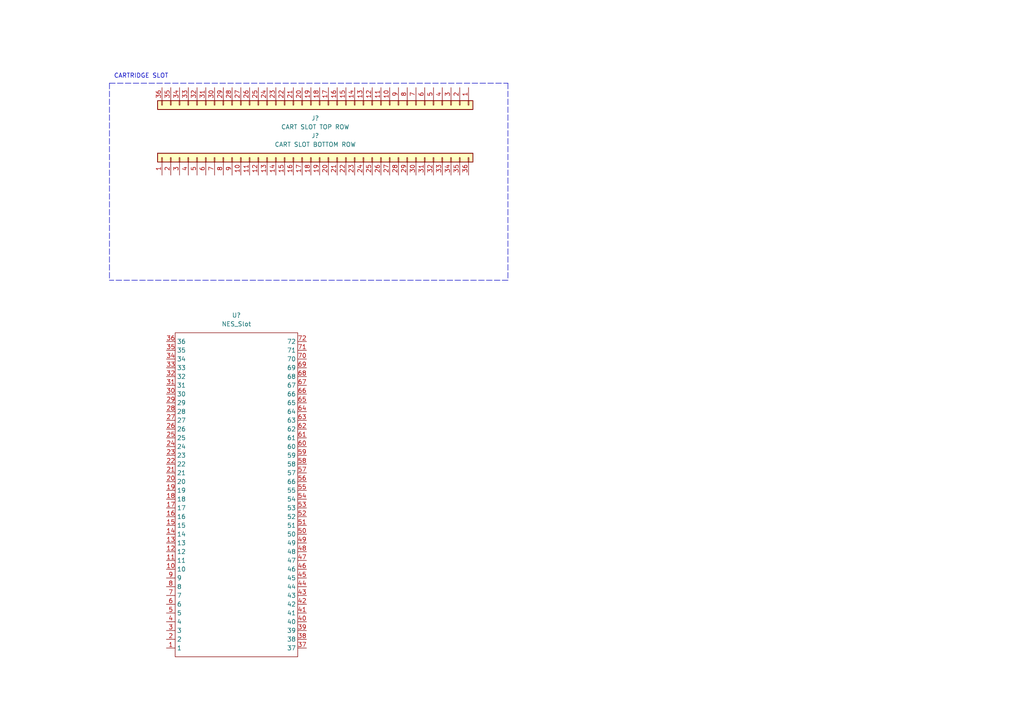
<source format=kicad_sch>
(kicad_sch (version 20211123) (generator eeschema)

  (uuid 9538e4ed-27e6-4c37-b989-9859dc0d49e8)

  (paper "A4")

  (lib_symbols
    (symbol "Connector_Generic:Conn_01x36" (pin_names (offset 1.016) hide) (in_bom yes) (on_board yes)
      (property "Reference" "J" (id 0) (at 0 45.72 0)
        (effects (font (size 1.27 1.27)))
      )
      (property "Value" "Conn_01x36" (id 1) (at 0 -48.26 0)
        (effects (font (size 1.27 1.27)))
      )
      (property "Footprint" "" (id 2) (at 0 0 0)
        (effects (font (size 1.27 1.27)) hide)
      )
      (property "Datasheet" "~" (id 3) (at 0 0 0)
        (effects (font (size 1.27 1.27)) hide)
      )
      (property "ki_keywords" "connector" (id 4) (at 0 0 0)
        (effects (font (size 1.27 1.27)) hide)
      )
      (property "ki_description" "Generic connector, single row, 01x36, script generated (kicad-library-utils/schlib/autogen/connector/)" (id 5) (at 0 0 0)
        (effects (font (size 1.27 1.27)) hide)
      )
      (property "ki_fp_filters" "Connector*:*_1x??_*" (id 6) (at 0 0 0)
        (effects (font (size 1.27 1.27)) hide)
      )
      (symbol "Conn_01x36_1_1"
        (rectangle (start -1.27 -45.593) (end 0 -45.847)
          (stroke (width 0.1524) (type default) (color 0 0 0 0))
          (fill (type none))
        )
        (rectangle (start -1.27 -43.053) (end 0 -43.307)
          (stroke (width 0.1524) (type default) (color 0 0 0 0))
          (fill (type none))
        )
        (rectangle (start -1.27 -40.513) (end 0 -40.767)
          (stroke (width 0.1524) (type default) (color 0 0 0 0))
          (fill (type none))
        )
        (rectangle (start -1.27 -37.973) (end 0 -38.227)
          (stroke (width 0.1524) (type default) (color 0 0 0 0))
          (fill (type none))
        )
        (rectangle (start -1.27 -35.433) (end 0 -35.687)
          (stroke (width 0.1524) (type default) (color 0 0 0 0))
          (fill (type none))
        )
        (rectangle (start -1.27 -32.893) (end 0 -33.147)
          (stroke (width 0.1524) (type default) (color 0 0 0 0))
          (fill (type none))
        )
        (rectangle (start -1.27 -30.353) (end 0 -30.607)
          (stroke (width 0.1524) (type default) (color 0 0 0 0))
          (fill (type none))
        )
        (rectangle (start -1.27 -27.813) (end 0 -28.067)
          (stroke (width 0.1524) (type default) (color 0 0 0 0))
          (fill (type none))
        )
        (rectangle (start -1.27 -25.273) (end 0 -25.527)
          (stroke (width 0.1524) (type default) (color 0 0 0 0))
          (fill (type none))
        )
        (rectangle (start -1.27 -22.733) (end 0 -22.987)
          (stroke (width 0.1524) (type default) (color 0 0 0 0))
          (fill (type none))
        )
        (rectangle (start -1.27 -20.193) (end 0 -20.447)
          (stroke (width 0.1524) (type default) (color 0 0 0 0))
          (fill (type none))
        )
        (rectangle (start -1.27 -17.653) (end 0 -17.907)
          (stroke (width 0.1524) (type default) (color 0 0 0 0))
          (fill (type none))
        )
        (rectangle (start -1.27 -15.113) (end 0 -15.367)
          (stroke (width 0.1524) (type default) (color 0 0 0 0))
          (fill (type none))
        )
        (rectangle (start -1.27 -12.573) (end 0 -12.827)
          (stroke (width 0.1524) (type default) (color 0 0 0 0))
          (fill (type none))
        )
        (rectangle (start -1.27 -10.033) (end 0 -10.287)
          (stroke (width 0.1524) (type default) (color 0 0 0 0))
          (fill (type none))
        )
        (rectangle (start -1.27 -7.493) (end 0 -7.747)
          (stroke (width 0.1524) (type default) (color 0 0 0 0))
          (fill (type none))
        )
        (rectangle (start -1.27 -4.953) (end 0 -5.207)
          (stroke (width 0.1524) (type default) (color 0 0 0 0))
          (fill (type none))
        )
        (rectangle (start -1.27 -2.413) (end 0 -2.667)
          (stroke (width 0.1524) (type default) (color 0 0 0 0))
          (fill (type none))
        )
        (rectangle (start -1.27 0.127) (end 0 -0.127)
          (stroke (width 0.1524) (type default) (color 0 0 0 0))
          (fill (type none))
        )
        (rectangle (start -1.27 2.667) (end 0 2.413)
          (stroke (width 0.1524) (type default) (color 0 0 0 0))
          (fill (type none))
        )
        (rectangle (start -1.27 5.207) (end 0 4.953)
          (stroke (width 0.1524) (type default) (color 0 0 0 0))
          (fill (type none))
        )
        (rectangle (start -1.27 7.747) (end 0 7.493)
          (stroke (width 0.1524) (type default) (color 0 0 0 0))
          (fill (type none))
        )
        (rectangle (start -1.27 10.287) (end 0 10.033)
          (stroke (width 0.1524) (type default) (color 0 0 0 0))
          (fill (type none))
        )
        (rectangle (start -1.27 12.827) (end 0 12.573)
          (stroke (width 0.1524) (type default) (color 0 0 0 0))
          (fill (type none))
        )
        (rectangle (start -1.27 15.367) (end 0 15.113)
          (stroke (width 0.1524) (type default) (color 0 0 0 0))
          (fill (type none))
        )
        (rectangle (start -1.27 17.907) (end 0 17.653)
          (stroke (width 0.1524) (type default) (color 0 0 0 0))
          (fill (type none))
        )
        (rectangle (start -1.27 20.447) (end 0 20.193)
          (stroke (width 0.1524) (type default) (color 0 0 0 0))
          (fill (type none))
        )
        (rectangle (start -1.27 22.987) (end 0 22.733)
          (stroke (width 0.1524) (type default) (color 0 0 0 0))
          (fill (type none))
        )
        (rectangle (start -1.27 25.527) (end 0 25.273)
          (stroke (width 0.1524) (type default) (color 0 0 0 0))
          (fill (type none))
        )
        (rectangle (start -1.27 28.067) (end 0 27.813)
          (stroke (width 0.1524) (type default) (color 0 0 0 0))
          (fill (type none))
        )
        (rectangle (start -1.27 30.607) (end 0 30.353)
          (stroke (width 0.1524) (type default) (color 0 0 0 0))
          (fill (type none))
        )
        (rectangle (start -1.27 33.147) (end 0 32.893)
          (stroke (width 0.1524) (type default) (color 0 0 0 0))
          (fill (type none))
        )
        (rectangle (start -1.27 35.687) (end 0 35.433)
          (stroke (width 0.1524) (type default) (color 0 0 0 0))
          (fill (type none))
        )
        (rectangle (start -1.27 38.227) (end 0 37.973)
          (stroke (width 0.1524) (type default) (color 0 0 0 0))
          (fill (type none))
        )
        (rectangle (start -1.27 40.767) (end 0 40.513)
          (stroke (width 0.1524) (type default) (color 0 0 0 0))
          (fill (type none))
        )
        (rectangle (start -1.27 43.307) (end 0 43.053)
          (stroke (width 0.1524) (type default) (color 0 0 0 0))
          (fill (type none))
        )
        (rectangle (start -1.27 44.45) (end 1.27 -46.99)
          (stroke (width 0.254) (type default) (color 0 0 0 0))
          (fill (type background))
        )
        (pin passive line (at -5.08 43.18 0) (length 3.81)
          (name "Pin_1" (effects (font (size 1.27 1.27))))
          (number "1" (effects (font (size 1.27 1.27))))
        )
        (pin passive line (at -5.08 20.32 0) (length 3.81)
          (name "Pin_10" (effects (font (size 1.27 1.27))))
          (number "10" (effects (font (size 1.27 1.27))))
        )
        (pin passive line (at -5.08 17.78 0) (length 3.81)
          (name "Pin_11" (effects (font (size 1.27 1.27))))
          (number "11" (effects (font (size 1.27 1.27))))
        )
        (pin passive line (at -5.08 15.24 0) (length 3.81)
          (name "Pin_12" (effects (font (size 1.27 1.27))))
          (number "12" (effects (font (size 1.27 1.27))))
        )
        (pin passive line (at -5.08 12.7 0) (length 3.81)
          (name "Pin_13" (effects (font (size 1.27 1.27))))
          (number "13" (effects (font (size 1.27 1.27))))
        )
        (pin passive line (at -5.08 10.16 0) (length 3.81)
          (name "Pin_14" (effects (font (size 1.27 1.27))))
          (number "14" (effects (font (size 1.27 1.27))))
        )
        (pin passive line (at -5.08 7.62 0) (length 3.81)
          (name "Pin_15" (effects (font (size 1.27 1.27))))
          (number "15" (effects (font (size 1.27 1.27))))
        )
        (pin passive line (at -5.08 5.08 0) (length 3.81)
          (name "Pin_16" (effects (font (size 1.27 1.27))))
          (number "16" (effects (font (size 1.27 1.27))))
        )
        (pin passive line (at -5.08 2.54 0) (length 3.81)
          (name "Pin_17" (effects (font (size 1.27 1.27))))
          (number "17" (effects (font (size 1.27 1.27))))
        )
        (pin passive line (at -5.08 0 0) (length 3.81)
          (name "Pin_18" (effects (font (size 1.27 1.27))))
          (number "18" (effects (font (size 1.27 1.27))))
        )
        (pin passive line (at -5.08 -2.54 0) (length 3.81)
          (name "Pin_19" (effects (font (size 1.27 1.27))))
          (number "19" (effects (font (size 1.27 1.27))))
        )
        (pin passive line (at -5.08 40.64 0) (length 3.81)
          (name "Pin_2" (effects (font (size 1.27 1.27))))
          (number "2" (effects (font (size 1.27 1.27))))
        )
        (pin passive line (at -5.08 -5.08 0) (length 3.81)
          (name "Pin_20" (effects (font (size 1.27 1.27))))
          (number "20" (effects (font (size 1.27 1.27))))
        )
        (pin passive line (at -5.08 -7.62 0) (length 3.81)
          (name "Pin_21" (effects (font (size 1.27 1.27))))
          (number "21" (effects (font (size 1.27 1.27))))
        )
        (pin passive line (at -5.08 -10.16 0) (length 3.81)
          (name "Pin_22" (effects (font (size 1.27 1.27))))
          (number "22" (effects (font (size 1.27 1.27))))
        )
        (pin passive line (at -5.08 -12.7 0) (length 3.81)
          (name "Pin_23" (effects (font (size 1.27 1.27))))
          (number "23" (effects (font (size 1.27 1.27))))
        )
        (pin passive line (at -5.08 -15.24 0) (length 3.81)
          (name "Pin_24" (effects (font (size 1.27 1.27))))
          (number "24" (effects (font (size 1.27 1.27))))
        )
        (pin passive line (at -5.08 -17.78 0) (length 3.81)
          (name "Pin_25" (effects (font (size 1.27 1.27))))
          (number "25" (effects (font (size 1.27 1.27))))
        )
        (pin passive line (at -5.08 -20.32 0) (length 3.81)
          (name "Pin_26" (effects (font (size 1.27 1.27))))
          (number "26" (effects (font (size 1.27 1.27))))
        )
        (pin passive line (at -5.08 -22.86 0) (length 3.81)
          (name "Pin_27" (effects (font (size 1.27 1.27))))
          (number "27" (effects (font (size 1.27 1.27))))
        )
        (pin passive line (at -5.08 -25.4 0) (length 3.81)
          (name "Pin_28" (effects (font (size 1.27 1.27))))
          (number "28" (effects (font (size 1.27 1.27))))
        )
        (pin passive line (at -5.08 -27.94 0) (length 3.81)
          (name "Pin_29" (effects (font (size 1.27 1.27))))
          (number "29" (effects (font (size 1.27 1.27))))
        )
        (pin passive line (at -5.08 38.1 0) (length 3.81)
          (name "Pin_3" (effects (font (size 1.27 1.27))))
          (number "3" (effects (font (size 1.27 1.27))))
        )
        (pin passive line (at -5.08 -30.48 0) (length 3.81)
          (name "Pin_30" (effects (font (size 1.27 1.27))))
          (number "30" (effects (font (size 1.27 1.27))))
        )
        (pin passive line (at -5.08 -33.02 0) (length 3.81)
          (name "Pin_31" (effects (font (size 1.27 1.27))))
          (number "31" (effects (font (size 1.27 1.27))))
        )
        (pin passive line (at -5.08 -35.56 0) (length 3.81)
          (name "Pin_32" (effects (font (size 1.27 1.27))))
          (number "32" (effects (font (size 1.27 1.27))))
        )
        (pin passive line (at -5.08 -38.1 0) (length 3.81)
          (name "Pin_33" (effects (font (size 1.27 1.27))))
          (number "33" (effects (font (size 1.27 1.27))))
        )
        (pin passive line (at -5.08 -40.64 0) (length 3.81)
          (name "Pin_34" (effects (font (size 1.27 1.27))))
          (number "34" (effects (font (size 1.27 1.27))))
        )
        (pin passive line (at -5.08 -43.18 0) (length 3.81)
          (name "Pin_35" (effects (font (size 1.27 1.27))))
          (number "35" (effects (font (size 1.27 1.27))))
        )
        (pin passive line (at -5.08 -45.72 0) (length 3.81)
          (name "Pin_36" (effects (font (size 1.27 1.27))))
          (number "36" (effects (font (size 1.27 1.27))))
        )
        (pin passive line (at -5.08 35.56 0) (length 3.81)
          (name "Pin_4" (effects (font (size 1.27 1.27))))
          (number "4" (effects (font (size 1.27 1.27))))
        )
        (pin passive line (at -5.08 33.02 0) (length 3.81)
          (name "Pin_5" (effects (font (size 1.27 1.27))))
          (number "5" (effects (font (size 1.27 1.27))))
        )
        (pin passive line (at -5.08 30.48 0) (length 3.81)
          (name "Pin_6" (effects (font (size 1.27 1.27))))
          (number "6" (effects (font (size 1.27 1.27))))
        )
        (pin passive line (at -5.08 27.94 0) (length 3.81)
          (name "Pin_7" (effects (font (size 1.27 1.27))))
          (number "7" (effects (font (size 1.27 1.27))))
        )
        (pin passive line (at -5.08 25.4 0) (length 3.81)
          (name "Pin_8" (effects (font (size 1.27 1.27))))
          (number "8" (effects (font (size 1.27 1.27))))
        )
        (pin passive line (at -5.08 22.86 0) (length 3.81)
          (name "Pin_9" (effects (font (size 1.27 1.27))))
          (number "9" (effects (font (size 1.27 1.27))))
        )
      )
    )
    (symbol "sanni:NES_Slot" (in_bom yes) (on_board yes)
      (property "Reference" "U?" (id 0) (at 1.27 44.45 0)
        (effects (font (size 1.27 1.27)))
      )
      (property "Value" "NES_Slot" (id 1) (at 1.27 41.91 0)
        (effects (font (size 1.27 1.27)))
      )
      (property "Footprint" "" (id 2) (at 0 0 0)
        (effects (font (size 1.27 1.27)) hide)
      )
      (property "Datasheet" "NES_Slot" (id 3) (at 0 0 0)
        (effects (font (size 1.27 1.27)) hide)
      )
      (symbol "NES_Slot_0_1"
        (rectangle (start -16.51 39.37) (end 19.05 -54.61)
          (stroke (width 0.1524) (type default) (color 0 0 0 0))
          (fill (type none))
        )
      )
      (symbol "NES_Slot_1_1"
        (pin bidirectional line (at -19.05 -52.07 0) (length 2.54)
          (name "1" (effects (font (size 1.27 1.27))))
          (number "1" (effects (font (size 1.27 1.27))))
        )
        (pin bidirectional line (at -19.05 -29.21 0) (length 2.54)
          (name "10" (effects (font (size 1.27 1.27))))
          (number "10" (effects (font (size 1.27 1.27))))
        )
        (pin bidirectional line (at -19.05 -26.67 0) (length 2.54)
          (name "11" (effects (font (size 1.27 1.27))))
          (number "11" (effects (font (size 1.27 1.27))))
        )
        (pin bidirectional line (at -19.05 -24.13 0) (length 2.54)
          (name "12" (effects (font (size 1.27 1.27))))
          (number "12" (effects (font (size 1.27 1.27))))
        )
        (pin bidirectional line (at -19.05 -21.59 0) (length 2.54)
          (name "13" (effects (font (size 1.27 1.27))))
          (number "13" (effects (font (size 1.27 1.27))))
        )
        (pin bidirectional line (at -19.05 -19.05 0) (length 2.54)
          (name "14" (effects (font (size 1.27 1.27))))
          (number "14" (effects (font (size 1.27 1.27))))
        )
        (pin bidirectional line (at -19.05 -16.51 0) (length 2.54)
          (name "15" (effects (font (size 1.27 1.27))))
          (number "15" (effects (font (size 1.27 1.27))))
        )
        (pin bidirectional line (at -19.05 -13.97 0) (length 2.54)
          (name "16" (effects (font (size 1.27 1.27))))
          (number "16" (effects (font (size 1.27 1.27))))
        )
        (pin bidirectional line (at -19.05 -11.43 0) (length 2.54)
          (name "17" (effects (font (size 1.27 1.27))))
          (number "17" (effects (font (size 1.27 1.27))))
        )
        (pin bidirectional line (at -19.05 -8.89 0) (length 2.54)
          (name "18" (effects (font (size 1.27 1.27))))
          (number "18" (effects (font (size 1.27 1.27))))
        )
        (pin bidirectional line (at -19.05 -6.35 0) (length 2.54)
          (name "19" (effects (font (size 1.27 1.27))))
          (number "19" (effects (font (size 1.27 1.27))))
        )
        (pin bidirectional line (at -19.05 -49.53 0) (length 2.54)
          (name "2" (effects (font (size 1.27 1.27))))
          (number "2" (effects (font (size 1.27 1.27))))
        )
        (pin bidirectional line (at -19.05 -3.81 0) (length 2.54)
          (name "20" (effects (font (size 1.27 1.27))))
          (number "20" (effects (font (size 1.27 1.27))))
        )
        (pin bidirectional line (at -19.05 -1.27 0) (length 2.54)
          (name "21" (effects (font (size 1.27 1.27))))
          (number "21" (effects (font (size 1.27 1.27))))
        )
        (pin bidirectional line (at -19.05 1.27 0) (length 2.54)
          (name "22" (effects (font (size 1.27 1.27))))
          (number "22" (effects (font (size 1.27 1.27))))
        )
        (pin bidirectional line (at -19.05 3.81 0) (length 2.54)
          (name "23" (effects (font (size 1.27 1.27))))
          (number "23" (effects (font (size 1.27 1.27))))
        )
        (pin bidirectional line (at -19.05 6.35 0) (length 2.54)
          (name "24" (effects (font (size 1.27 1.27))))
          (number "24" (effects (font (size 1.27 1.27))))
        )
        (pin bidirectional line (at -19.05 8.89 0) (length 2.54)
          (name "25" (effects (font (size 1.27 1.27))))
          (number "25" (effects (font (size 1.27 1.27))))
        )
        (pin bidirectional line (at -19.05 11.43 0) (length 2.54)
          (name "26" (effects (font (size 1.27 1.27))))
          (number "26" (effects (font (size 1.27 1.27))))
        )
        (pin bidirectional line (at -19.05 13.97 0) (length 2.54)
          (name "27" (effects (font (size 1.27 1.27))))
          (number "27" (effects (font (size 1.27 1.27))))
        )
        (pin bidirectional line (at -19.05 16.51 0) (length 2.54)
          (name "28" (effects (font (size 1.27 1.27))))
          (number "28" (effects (font (size 1.27 1.27))))
        )
        (pin bidirectional line (at -19.05 19.05 0) (length 2.54)
          (name "29" (effects (font (size 1.27 1.27))))
          (number "29" (effects (font (size 1.27 1.27))))
        )
        (pin bidirectional line (at -19.05 -46.99 0) (length 2.54)
          (name "3" (effects (font (size 1.27 1.27))))
          (number "3" (effects (font (size 1.27 1.27))))
        )
        (pin bidirectional line (at -19.05 21.59 0) (length 2.54)
          (name "30" (effects (font (size 1.27 1.27))))
          (number "30" (effects (font (size 1.27 1.27))))
        )
        (pin bidirectional line (at -19.05 24.13 0) (length 2.54)
          (name "31" (effects (font (size 1.27 1.27))))
          (number "31" (effects (font (size 1.27 1.27))))
        )
        (pin bidirectional line (at -19.05 26.67 0) (length 2.54)
          (name "32" (effects (font (size 1.27 1.27))))
          (number "32" (effects (font (size 1.27 1.27))))
        )
        (pin bidirectional line (at -19.05 29.21 0) (length 2.54)
          (name "33" (effects (font (size 1.27 1.27))))
          (number "33" (effects (font (size 1.27 1.27))))
        )
        (pin bidirectional line (at -19.05 31.75 0) (length 2.54)
          (name "34" (effects (font (size 1.27 1.27))))
          (number "34" (effects (font (size 1.27 1.27))))
        )
        (pin bidirectional line (at -19.05 34.29 0) (length 2.54)
          (name "35" (effects (font (size 1.27 1.27))))
          (number "35" (effects (font (size 1.27 1.27))))
        )
        (pin bidirectional line (at -19.05 36.83 0) (length 2.54)
          (name "36" (effects (font (size 1.27 1.27))))
          (number "36" (effects (font (size 1.27 1.27))))
        )
        (pin bidirectional line (at 21.59 -52.07 180) (length 2.54)
          (name "37" (effects (font (size 1.27 1.27))))
          (number "37" (effects (font (size 1.27 1.27))))
        )
        (pin bidirectional line (at 21.59 -49.53 180) (length 2.54)
          (name "38" (effects (font (size 1.27 1.27))))
          (number "38" (effects (font (size 1.27 1.27))))
        )
        (pin bidirectional line (at 21.59 -46.99 180) (length 2.54)
          (name "39" (effects (font (size 1.27 1.27))))
          (number "39" (effects (font (size 1.27 1.27))))
        )
        (pin bidirectional line (at -19.05 -44.45 0) (length 2.54)
          (name "4" (effects (font (size 1.27 1.27))))
          (number "4" (effects (font (size 1.27 1.27))))
        )
        (pin bidirectional line (at 21.59 -44.45 180) (length 2.54)
          (name "40" (effects (font (size 1.27 1.27))))
          (number "40" (effects (font (size 1.27 1.27))))
        )
        (pin bidirectional line (at 21.59 -41.91 180) (length 2.54)
          (name "41" (effects (font (size 1.27 1.27))))
          (number "41" (effects (font (size 1.27 1.27))))
        )
        (pin bidirectional line (at 21.59 -39.37 180) (length 2.54)
          (name "42" (effects (font (size 1.27 1.27))))
          (number "42" (effects (font (size 1.27 1.27))))
        )
        (pin bidirectional line (at 21.59 -36.83 180) (length 2.54)
          (name "43" (effects (font (size 1.27 1.27))))
          (number "43" (effects (font (size 1.27 1.27))))
        )
        (pin bidirectional line (at 21.59 -34.29 180) (length 2.54)
          (name "44" (effects (font (size 1.27 1.27))))
          (number "44" (effects (font (size 1.27 1.27))))
        )
        (pin bidirectional line (at 21.59 -31.75 180) (length 2.54)
          (name "45" (effects (font (size 1.27 1.27))))
          (number "45" (effects (font (size 1.27 1.27))))
        )
        (pin bidirectional line (at 21.59 -29.21 180) (length 2.54)
          (name "46" (effects (font (size 1.27 1.27))))
          (number "46" (effects (font (size 1.27 1.27))))
        )
        (pin bidirectional line (at 21.59 -26.67 180) (length 2.54)
          (name "47" (effects (font (size 1.27 1.27))))
          (number "47" (effects (font (size 1.27 1.27))))
        )
        (pin bidirectional line (at 21.59 -24.13 180) (length 2.54)
          (name "48" (effects (font (size 1.27 1.27))))
          (number "48" (effects (font (size 1.27 1.27))))
        )
        (pin bidirectional line (at 21.59 -21.59 180) (length 2.54)
          (name "49" (effects (font (size 1.27 1.27))))
          (number "49" (effects (font (size 1.27 1.27))))
        )
        (pin bidirectional line (at -19.05 -41.91 0) (length 2.54)
          (name "5" (effects (font (size 1.27 1.27))))
          (number "5" (effects (font (size 1.27 1.27))))
        )
        (pin bidirectional line (at 21.59 -19.05 180) (length 2.54)
          (name "50" (effects (font (size 1.27 1.27))))
          (number "50" (effects (font (size 1.27 1.27))))
        )
        (pin bidirectional line (at 21.59 -16.51 180) (length 2.54)
          (name "51" (effects (font (size 1.27 1.27))))
          (number "51" (effects (font (size 1.27 1.27))))
        )
        (pin bidirectional line (at 21.59 -13.97 180) (length 2.54)
          (name "52" (effects (font (size 1.27 1.27))))
          (number "52" (effects (font (size 1.27 1.27))))
        )
        (pin bidirectional line (at 21.59 -11.43 180) (length 2.54)
          (name "53" (effects (font (size 1.27 1.27))))
          (number "53" (effects (font (size 1.27 1.27))))
        )
        (pin bidirectional line (at 21.59 -8.89 180) (length 2.54)
          (name "54" (effects (font (size 1.27 1.27))))
          (number "54" (effects (font (size 1.27 1.27))))
        )
        (pin bidirectional line (at 21.59 -6.35 180) (length 2.54)
          (name "55" (effects (font (size 1.27 1.27))))
          (number "55" (effects (font (size 1.27 1.27))))
        )
        (pin bidirectional line (at 21.59 -3.81 180) (length 2.54)
          (name "66" (effects (font (size 1.27 1.27))))
          (number "56" (effects (font (size 1.27 1.27))))
        )
        (pin bidirectional line (at 21.59 -1.27 180) (length 2.54)
          (name "57" (effects (font (size 1.27 1.27))))
          (number "57" (effects (font (size 1.27 1.27))))
        )
        (pin bidirectional line (at 21.59 1.27 180) (length 2.54)
          (name "58" (effects (font (size 1.27 1.27))))
          (number "58" (effects (font (size 1.27 1.27))))
        )
        (pin bidirectional line (at 21.59 3.81 180) (length 2.54)
          (name "59" (effects (font (size 1.27 1.27))))
          (number "59" (effects (font (size 1.27 1.27))))
        )
        (pin bidirectional line (at -19.05 -39.37 0) (length 2.54)
          (name "6" (effects (font (size 1.27 1.27))))
          (number "6" (effects (font (size 1.27 1.27))))
        )
        (pin bidirectional line (at 21.59 6.35 180) (length 2.54)
          (name "60" (effects (font (size 1.27 1.27))))
          (number "60" (effects (font (size 1.27 1.27))))
        )
        (pin bidirectional line (at 21.59 8.89 180) (length 2.54)
          (name "61" (effects (font (size 1.27 1.27))))
          (number "61" (effects (font (size 1.27 1.27))))
        )
        (pin bidirectional line (at 21.59 11.43 180) (length 2.54)
          (name "62" (effects (font (size 1.27 1.27))))
          (number "62" (effects (font (size 1.27 1.27))))
        )
        (pin bidirectional line (at 21.59 13.97 180) (length 2.54)
          (name "63" (effects (font (size 1.27 1.27))))
          (number "63" (effects (font (size 1.27 1.27))))
        )
        (pin bidirectional line (at 21.59 16.51 180) (length 2.54)
          (name "64" (effects (font (size 1.27 1.27))))
          (number "64" (effects (font (size 1.27 1.27))))
        )
        (pin bidirectional line (at 21.59 19.05 180) (length 2.54)
          (name "65" (effects (font (size 1.27 1.27))))
          (number "65" (effects (font (size 1.27 1.27))))
        )
        (pin bidirectional line (at 21.59 21.59 180) (length 2.54)
          (name "66" (effects (font (size 1.27 1.27))))
          (number "66" (effects (font (size 1.27 1.27))))
        )
        (pin bidirectional line (at 21.59 24.13 180) (length 2.54)
          (name "67" (effects (font (size 1.27 1.27))))
          (number "67" (effects (font (size 1.27 1.27))))
        )
        (pin bidirectional line (at 21.59 26.67 180) (length 2.54)
          (name "68" (effects (font (size 1.27 1.27))))
          (number "68" (effects (font (size 1.27 1.27))))
        )
        (pin bidirectional line (at 21.59 29.21 180) (length 2.54)
          (name "69" (effects (font (size 1.27 1.27))))
          (number "69" (effects (font (size 1.27 1.27))))
        )
        (pin bidirectional line (at -19.05 -36.83 0) (length 2.54)
          (name "7" (effects (font (size 1.27 1.27))))
          (number "7" (effects (font (size 1.27 1.27))))
        )
        (pin bidirectional line (at 21.59 31.75 180) (length 2.54)
          (name "70" (effects (font (size 1.27 1.27))))
          (number "70" (effects (font (size 1.27 1.27))))
        )
        (pin bidirectional line (at 21.59 34.29 180) (length 2.54)
          (name "71" (effects (font (size 1.27 1.27))))
          (number "71" (effects (font (size 1.27 1.27))))
        )
        (pin bidirectional line (at 21.59 36.83 180) (length 2.54)
          (name "72" (effects (font (size 1.27 1.27))))
          (number "72" (effects (font (size 1.27 1.27))))
        )
        (pin bidirectional line (at -19.05 -34.29 0) (length 2.54)
          (name "8" (effects (font (size 1.27 1.27))))
          (number "8" (effects (font (size 1.27 1.27))))
        )
        (pin bidirectional line (at -19.05 -31.75 0) (length 2.54)
          (name "9" (effects (font (size 1.27 1.27))))
          (number "9" (effects (font (size 1.27 1.27))))
        )
      )
    )
  )


  (polyline (pts (xy 31.75 24.13) (xy 31.75 81.28))
    (stroke (width 0) (type default) (color 0 0 0 0))
    (uuid 79eaf5d4-2eba-478a-9468-86f4c0bdbf2e)
  )
  (polyline (pts (xy 147.32 24.13) (xy 147.32 81.28))
    (stroke (width 0) (type default) (color 0 0 0 0))
    (uuid 7cfaea83-0d46-41bb-af1d-174623a78a7b)
  )
  (polyline (pts (xy 147.32 81.28) (xy 31.75 81.28))
    (stroke (width 0) (type default) (color 0 0 0 0))
    (uuid d7b9cdb2-7854-4bc2-a467-42f561874a99)
  )
  (polyline (pts (xy 31.75 24.13) (xy 147.32 24.13))
    (stroke (width 0) (type default) (color 0 0 0 0))
    (uuid f3357485-b6db-4c56-9f2d-9071ae2e39a7)
  )

  (text "CARTRIDGE SLOT" (at 33.02 22.86 0)
    (effects (font (size 1.27 1.27)) (justify left bottom))
    (uuid 5dbb555a-718e-47f7-bf79-90ca7deaa539)
  )

  (symbol (lib_id "Connector_Generic:Conn_01x36") (at 92.71 30.48 270) (unit 1)
    (in_bom yes) (on_board yes) (fields_autoplaced)
    (uuid 5c0dc6f1-5f68-4cef-b58d-9e7c22be5cc8)
    (property "Reference" "J?" (id 0) (at 91.44 34.29 90))
    (property "Value" "CART SLOT TOP ROW" (id 1) (at 91.44 36.83 90))
    (property "Footprint" "Connector_PinSocket_2.54mm:PinSocket_1x36_P2.54mm_Vertical" (id 2) (at 92.71 30.48 0)
      (effects (font (size 1.27 1.27)) hide)
    )
    (property "Datasheet" "~" (id 3) (at 92.71 30.48 0)
      (effects (font (size 1.27 1.27)) hide)
    )
    (pin "1" (uuid 1c2060be-3fa9-499b-b71b-36291f0bcaa4))
    (pin "10" (uuid 8b11bd4c-2f2d-49bf-80dd-eebab4f3d582))
    (pin "11" (uuid 057d85bf-9520-4a74-9705-8cf6b08be000))
    (pin "12" (uuid 0b49d50f-e4d5-4b54-8303-c1d4daeee6d3))
    (pin "13" (uuid 46bd029c-54ef-473a-8005-e65fc0b43d3d))
    (pin "14" (uuid 735dfbd3-0248-4520-b5fe-a7484b708750))
    (pin "15" (uuid 1555c017-8be0-443b-9ac1-6a964789a0cf))
    (pin "16" (uuid 737724c0-2c60-4036-86dd-d53fbfe67f53))
    (pin "17" (uuid 3d517e64-c57c-4b63-ac24-3a91be578050))
    (pin "18" (uuid ed741df9-51b8-4ca6-86fc-56edf0e7ec8b))
    (pin "19" (uuid 2f6ff2cb-c1c6-4a04-b4e8-f633c0bc46bc))
    (pin "2" (uuid 5292f98b-2c83-4c64-93e5-363a90dff236))
    (pin "20" (uuid 1316ffae-54b5-461f-a1c3-c1dcd4a8204c))
    (pin "21" (uuid 3c290281-20de-41f6-ac4d-d67acc3d12c1))
    (pin "22" (uuid de09fd1a-26a8-4769-af3f-9cd5e161dd50))
    (pin "23" (uuid f1754aad-ec19-42a0-abcb-4913d5091802))
    (pin "24" (uuid 3e4fa335-b4ad-42d3-b963-d6ba403b12bd))
    (pin "25" (uuid cff4e32b-58a6-4e66-8953-bf4ced4fdee8))
    (pin "26" (uuid 970604e1-e3af-403e-8d4a-19c9dbd6bf38))
    (pin "27" (uuid 5e51cd7d-dce9-4bbf-b1e2-8712a52ce40d))
    (pin "28" (uuid 044f7c79-a10c-473e-9b27-a59c295ffdf1))
    (pin "29" (uuid 95a7427e-6525-445e-a8b9-84d38111f181))
    (pin "3" (uuid 59069f0c-cc70-4d07-bc37-804dc3ea7664))
    (pin "30" (uuid 497c1702-992c-48f9-b649-d9d3911718ef))
    (pin "31" (uuid 7e967aeb-4479-4720-ba3c-6df2a32c60ab))
    (pin "32" (uuid 594a9d50-9f15-4bcb-ba92-19c977730260))
    (pin "33" (uuid 16b57ba4-054b-41f0-819a-51a68f73b524))
    (pin "34" (uuid f4aab422-c542-43e3-8476-eae6a2df1847))
    (pin "35" (uuid 2467f7d1-91b3-4bd2-abb6-f23c7361360b))
    (pin "36" (uuid 51bf7a25-09cb-458d-97aa-3ccc536fdded))
    (pin "4" (uuid 6cb2afe7-1009-497c-9430-89ac7e540e59))
    (pin "5" (uuid 369b3659-c181-47dc-8452-e2de8b1cd204))
    (pin "6" (uuid edc8f391-0b6a-4a66-802b-2b3733d943db))
    (pin "7" (uuid a26a563f-dcf8-4dc3-8808-f90991ceb9fe))
    (pin "8" (uuid e726cc5d-4354-4b0e-8bd9-6aa8c2320ae5))
    (pin "9" (uuid f2b896bb-e819-4110-8d4c-b414b3d70341))
  )

  (symbol (lib_id "sanni:NES_Slot") (at 67.31 135.89 0) (unit 1)
    (in_bom yes) (on_board yes) (fields_autoplaced)
    (uuid bde06726-cef4-4003-a1b5-ea6b7a6034a0)
    (property "Reference" "U?" (id 0) (at 68.58 91.44 0))
    (property "Value" "NES_Slot" (id 1) (at 68.58 93.98 0))
    (property "Footprint" "" (id 2) (at 67.31 135.89 0)
      (effects (font (size 1.27 1.27)) hide)
    )
    (property "Datasheet" "NES_Slot" (id 3) (at 67.31 135.89 0)
      (effects (font (size 1.27 1.27)) hide)
    )
    (pin "1" (uuid 023b8036-b37e-4e6b-b316-94c2bd8af4ab))
    (pin "10" (uuid 12b6afa4-4d3a-430e-8416-f3d60b11b644))
    (pin "11" (uuid 6c1a3235-4d99-4e6f-a98c-377099e15df8))
    (pin "12" (uuid 24336cbb-ed5d-44b0-bf02-d11ae0331fac))
    (pin "13" (uuid 34fece71-a06e-47e2-b5dc-947ddf87b09e))
    (pin "14" (uuid e3ecc5b1-08bf-4166-b46e-49ee316a0004))
    (pin "15" (uuid 09f6b727-b73b-4591-a484-7c0de0a910bf))
    (pin "16" (uuid 4338d29b-6c04-409d-875e-313e19a0fd23))
    (pin "17" (uuid 9fe4ec8e-d675-4b57-9038-b2ad5a9800f8))
    (pin "18" (uuid 5cdb6c77-dfe0-4421-823c-8da8613d150a))
    (pin "19" (uuid 64fbefce-a964-4fb3-859a-3fdb8eab745c))
    (pin "2" (uuid 4318fcb5-9334-4981-bad4-6943832d199d))
    (pin "20" (uuid 32afcd4b-97fd-4b03-bb8d-932fb13e0a23))
    (pin "21" (uuid 6fc07099-549a-4dc5-8c80-3ec767b4b363))
    (pin "22" (uuid b0228418-dad2-4b8d-a837-f46810bb487f))
    (pin "23" (uuid a05199a1-3017-4a2a-b893-ebc3b2f9310b))
    (pin "24" (uuid f2ccfe83-d3b4-4bcf-8563-fa0bd5654db1))
    (pin "25" (uuid 0dc2cd70-6de8-45e8-a340-01c8679e5b63))
    (pin "26" (uuid 0abebbfd-5438-41bc-8a59-6ad99b886f3c))
    (pin "27" (uuid 2e435b0f-671e-4da0-9b1a-48c487e95e18))
    (pin "28" (uuid ec7993b9-2e80-41d7-a9e6-32c1a4acb73d))
    (pin "29" (uuid 09039133-a4cd-4c87-ad15-e7527470ab7c))
    (pin "3" (uuid be28da98-0ed6-46a8-981d-24fa2887e168))
    (pin "30" (uuid d5ce9073-f652-421d-afde-0d7f90c33390))
    (pin "31" (uuid f074bef8-5e6d-4f4f-8d44-54c397c827ce))
    (pin "32" (uuid bbe6d1fa-41f5-4203-bfc1-ec3317627975))
    (pin "33" (uuid 256f1b08-c503-4652-af63-7c28ab1c6219))
    (pin "34" (uuid 7b7b3eb8-bf5e-436f-93fa-fbc636b3b09a))
    (pin "35" (uuid eef31ba5-994a-4dab-8b67-8b56d6ec3764))
    (pin "36" (uuid 914b97a7-9ab8-451c-a722-b00b43b0407a))
    (pin "37" (uuid 927b13de-a1b2-4c42-9cb3-5b1a43c05216))
    (pin "38" (uuid 1f956cf2-b76b-4fb9-b9c3-2661e20caba1))
    (pin "39" (uuid 34f66f22-45b2-4607-96e4-1850e941d14c))
    (pin "4" (uuid 1b2910e6-315c-4be6-b9e1-e1c7b037fc23))
    (pin "40" (uuid fe276b31-4f82-46e6-9162-872c14ea41bb))
    (pin "41" (uuid 375fb0e4-801c-4d69-a5d2-50c5b1699807))
    (pin "42" (uuid 152dc8ca-1ae6-4745-a4ba-ab361a35bfc2))
    (pin "43" (uuid 2adf8031-c396-4042-8cb1-90a52ba48945))
    (pin "44" (uuid fd4c7d1c-8c57-45d5-ae7b-8381a3e73b19))
    (pin "45" (uuid 2a0557af-99f5-4d4f-a3f5-32287aa44770))
    (pin "46" (uuid ef7a955f-0060-4460-a47a-f1ce2e3d6cae))
    (pin "47" (uuid 6b52c9e8-9a62-4da1-9af3-2229dd721180))
    (pin "48" (uuid 1427eabc-18a4-411d-bd11-428ec8bd285d))
    (pin "49" (uuid a55e1730-9cc6-449f-95c7-a4b048ce6ae3))
    (pin "5" (uuid 06c3c04c-6c4b-4c5d-8552-dca1efe1a3db))
    (pin "50" (uuid b84e5c3c-d5ba-45dc-a996-457d3d15ea34))
    (pin "51" (uuid 9f9a1dc2-1e64-4561-84e9-c59e56eccfbe))
    (pin "52" (uuid 6a336e3f-79e9-4231-8ca2-38a798f05f9f))
    (pin "53" (uuid 3862ae54-0889-40d0-a519-841ecb949575))
    (pin "54" (uuid 7cba27a8-b26c-4e33-ad8e-83f2f8589f1f))
    (pin "55" (uuid 0be455d7-9219-470e-8eb0-7925a3f97f66))
    (pin "56" (uuid f886ffaf-1f6a-4587-bede-09aad32c7906))
    (pin "57" (uuid 4e6baf82-1448-4d68-8aef-496f449563d1))
    (pin "58" (uuid 3bd73262-7ee1-4541-8298-a0d7411e1d75))
    (pin "59" (uuid 42b93640-dc22-413d-916b-9e4ab2755ea6))
    (pin "6" (uuid 87a79b8f-2884-4c6d-9e08-6da03103a9bc))
    (pin "60" (uuid 6ad02073-0558-42a4-92fa-4add44c180cf))
    (pin "61" (uuid bc8836f4-9951-4b33-96ef-07d16eafd9ac))
    (pin "62" (uuid 440e56b8-e696-4feb-9521-3e1f16f39a02))
    (pin "63" (uuid f47c3c15-40d1-43fc-bdc9-d0d6b42f19ab))
    (pin "64" (uuid 25b9bd59-5e1d-4f98-99d2-d7e767a14be0))
    (pin "65" (uuid c9b0f093-79f7-44a9-9a01-140d009dab54))
    (pin "66" (uuid e11a3537-54f2-4cd9-a01e-8d25f34fd41b))
    (pin "67" (uuid 95b9926a-6923-4d22-94a9-a7e0924d3712))
    (pin "68" (uuid 4824cc17-4fe1-4945-ad51-0aeea24cae8e))
    (pin "69" (uuid 9b0f93ef-a45a-4738-a37f-ee43c3ce3020))
    (pin "7" (uuid 08402209-d3fd-42d4-8065-6a77e812c43c))
    (pin "70" (uuid 6fed9995-8ff3-4083-85d0-0bba783437a3))
    (pin "71" (uuid 1ce35f55-7b10-4f85-a37b-4d1001366d27))
    (pin "72" (uuid f85a42e4-203a-4e25-98e4-36d444206b66))
    (pin "8" (uuid ba9f795f-8c46-48a3-ba64-f5c3f70c3f24))
    (pin "9" (uuid 6d82f96f-5cd4-4338-b574-ad84bd842bec))
  )

  (symbol (lib_id "Connector_Generic:Conn_01x36") (at 90.17 45.72 90) (unit 1)
    (in_bom yes) (on_board yes) (fields_autoplaced)
    (uuid d85bae19-e1b8-4411-9c29-215ce78f5d44)
    (property "Reference" "J?" (id 0) (at 91.44 39.37 90))
    (property "Value" "CART SLOT BOTTOM ROW" (id 1) (at 91.44 41.91 90))
    (property "Footprint" "Connector_PinSocket_2.54mm:PinSocket_1x36_P2.54mm_Vertical" (id 2) (at 90.17 45.72 0)
      (effects (font (size 1.27 1.27)) hide)
    )
    (property "Datasheet" "~" (id 3) (at 90.17 45.72 0)
      (effects (font (size 1.27 1.27)) hide)
    )
    (pin "1" (uuid 05ade5b5-8da6-4ae5-8ae2-31c62c427f57))
    (pin "10" (uuid 94f422a3-6d6d-4e29-9f30-9c31bc3df1c0))
    (pin "11" (uuid 773fb5d9-a12f-426b-b700-2e2ff09507ce))
    (pin "12" (uuid ef24291b-25e7-46f9-aa70-d2cd044469de))
    (pin "13" (uuid b9929c37-0e13-4e82-84a7-39ec8b4832d9))
    (pin "14" (uuid 319c36b8-fba9-4c0a-8984-87bf3ac7fd1a))
    (pin "15" (uuid 73ae3682-7d18-413b-85e6-61ce57e14985))
    (pin "16" (uuid 41a338ac-0b6f-4709-9ea1-78dce122d0a2))
    (pin "17" (uuid da2d6dca-39f7-46ef-9b0e-2a8dc3325dd3))
    (pin "18" (uuid 01e4767f-0454-424c-bbb9-ea36b28bb008))
    (pin "19" (uuid d412d5a4-fc6f-47fe-8175-10d87422de2c))
    (pin "2" (uuid f52788e1-b044-420c-b6c1-8ac4698b7a62))
    (pin "20" (uuid bcb94195-3f5d-4d5c-8391-17c141d9a5a2))
    (pin "21" (uuid 3b830a14-7abc-472a-a1cb-3ca80e20781f))
    (pin "22" (uuid 0e02f7b2-f0dc-416f-a614-e2cb14c5dac6))
    (pin "23" (uuid fc1ea14e-9c4f-4823-a723-191f4d672cc5))
    (pin "24" (uuid 9f12c17a-517a-4b14-a62f-7de002c7daa1))
    (pin "25" (uuid 35b43c04-61a1-4307-b2de-b936766acc33))
    (pin "26" (uuid 13f1adfa-4c7a-4303-a883-75e9ac894762))
    (pin "27" (uuid ade17f8a-aa4f-4acd-9c02-c7e41e71b3c7))
    (pin "28" (uuid 42c22643-f9a3-4fde-9ba1-15b089f3927e))
    (pin "29" (uuid c31967e0-60c7-412b-9598-be6fa9dcb693))
    (pin "3" (uuid 1207935a-e494-4cd9-838a-f01102177f3d))
    (pin "30" (uuid 7c9df0fa-2386-4cd6-9a04-6b3d869e2ca0))
    (pin "31" (uuid 0c6899da-97e5-44e8-b9a9-b5deb4ca412a))
    (pin "32" (uuid 8ac3e986-93e4-4968-b10d-bc6e6615baff))
    (pin "33" (uuid f4b466e8-18f8-474a-9fee-8a3aa081adad))
    (pin "34" (uuid e2a581b7-3057-454b-bc22-6bdc4bad2e8a))
    (pin "35" (uuid 4872709a-adaf-44ad-88a0-a1c5401f9851))
    (pin "36" (uuid 6f82be5e-9f3e-4419-8f39-1d9da449e655))
    (pin "4" (uuid 1c4ba925-22fa-4bb6-a21c-089e1ff6998f))
    (pin "5" (uuid 2f3c8237-072c-4aad-a49b-b47982ae8a3e))
    (pin "6" (uuid f509a29a-f51f-4262-8656-4ea0b6662743))
    (pin "7" (uuid e569452b-5b77-4c50-953e-7aacdc9fd811))
    (pin "8" (uuid 328b3418-4051-48aa-bc38-62f12f672698))
    (pin "9" (uuid 0305936f-2d1b-4d2a-8f1d-ed938a5eb3ea))
  )

  (sheet_instances
    (path "/" (page "1"))
  )

  (symbol_instances
    (path "/5c0dc6f1-5f68-4cef-b58d-9e7c22be5cc8"
      (reference "J?") (unit 1) (value "CART SLOT TOP ROW") (footprint "Connector_PinSocket_2.54mm:PinSocket_1x36_P2.54mm_Vertical")
    )
    (path "/d85bae19-e1b8-4411-9c29-215ce78f5d44"
      (reference "J?") (unit 1) (value "CART SLOT BOTTOM ROW") (footprint "Connector_PinSocket_2.54mm:PinSocket_1x36_P2.54mm_Vertical")
    )
    (path "/bde06726-cef4-4003-a1b5-ea6b7a6034a0"
      (reference "U?") (unit 1) (value "NES_Slot") (footprint "")
    )
  )
)

</source>
